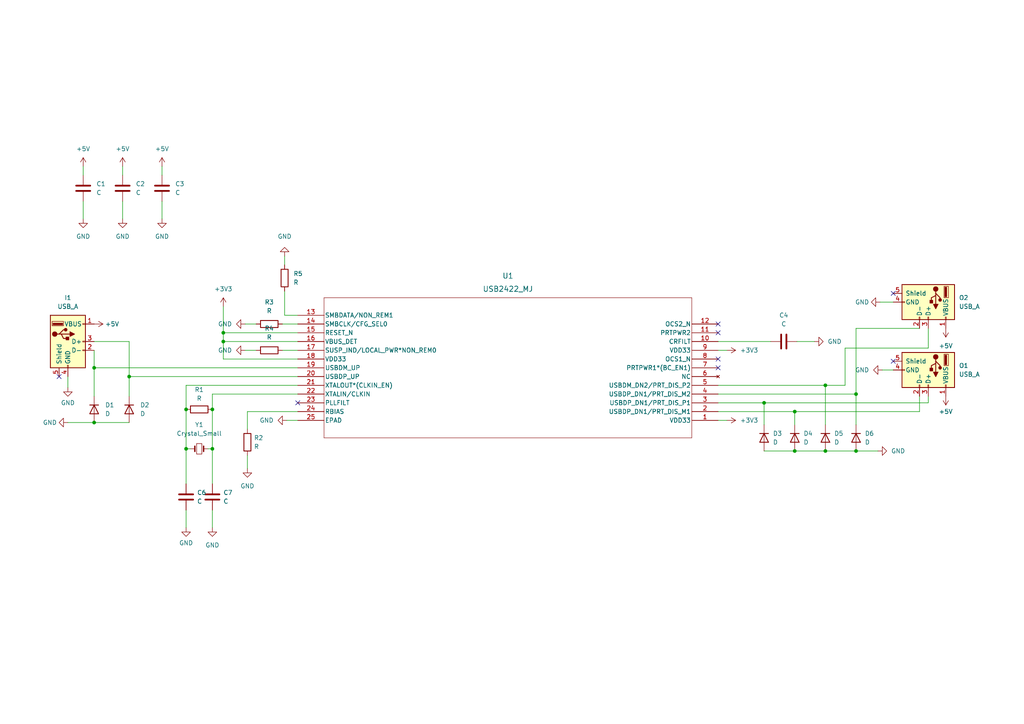
<source format=kicad_sch>
(kicad_sch (version 20211123) (generator eeschema)
  (paper "A4")
  (title_block (title "ANAVI Pill - Hub with 2 USB Ports") (date "2023-10-18") (company "ANAVI Technology Ltd"))
  (lib_symbols
    (symbol "2023-10-17_20-06-17:USB2422_MJ" (pin_names (offset 0.254))
      (property "Reference" "U" (at 60.96 10.16 0))
      (property "Value" "USB2422/MJ" (at 60.96 7.62 0))
      (symbol "USB2422_MJ_0_1"
        (polyline (pts (xy 7.62 -35.56) (xy 114.3 -35.56)) (stroke (width 0.127)))
        (polyline (pts (xy 7.62 5.08) (xy 7.62 -35.56)) (stroke (width 0.127)))
        (polyline (pts (xy 114.3 -35.56) (xy 114.3 5.08)) (stroke (width 0.127)))
        (polyline (pts (xy 114.3 5.08) (xy 7.62 5.08)) (stroke (width 0.127)))
        (pin power_in line (at 0 0 0) (length 7.62) (name "VDD33") (number "1"))
        (pin unspecified line (at 0 -22.86 0) (length 7.62) (name "CRFILT") (number "10"))
        (pin power_in line (at 0 -25.4 0) (length 7.62) (name "PRTPWR2") (number "11"))
        (pin input line (at 0 -27.94 0) (length 7.62) (name "OCS2_N") (number "12"))
        (pin bidirectional line (at 121.92 -30.48 180) (length 7.62) (name "SMBDATA/NON_REM1") (number "13"))
        (pin bidirectional line (at 121.92 -27.94 180) (length 7.62) (name "SMBCLK/CFG_SEL0") (number "14"))
        (pin input line (at 121.92 -25.4 180) (length 7.62) (name "RESET_N") (number "15"))
        (pin input line (at 121.92 -22.86 180) (length 7.62) (name "VBUS_DET") (number "16"))
        (pin bidirectional line (at 121.92 -20.32 180) (length 7.62) (name "SUSP_IND/LOCAL_PWR*NON_REM0") (number "17"))
        (pin power_in line (at 121.92 -17.78 180) (length 7.62) (name "VDD33") (number "18"))
        (pin unspecified line (at 121.92 -15.24 180) (length 7.62) (name "USBDM_UP") (number "19"))
        (pin bidirectional line (at 0 -2.54 0) (length 7.62) (name "USBDP_DN1/PRT_DIS_M1") (number "2"))
        (pin unspecified line (at 121.92 -12.7 180) (length 7.62) (name "USBDP_UP") (number "20"))
        (pin output line (at 121.92 -10.16 180) (length 7.62) (name "XTALOUT*(CLKIN_EN)") (number "21"))
        (pin input line (at 121.92 -7.62 180) (length 7.62) (name "XTALIN/CLKIN") (number "22"))
        (pin output line (at 121.92 -5.08 180) (length 7.62) (name "PLLFILT") (number "23"))
        (pin unspecified line (at 121.92 -2.54 180) (length 7.62) (name "RBIAS") (number "24"))
        (pin unspecified line (at 121.92 0 180) (length 7.62) (name "EPAD") (number "25"))
        (pin bidirectional line (at 0 -5.08 0) (length 7.62) (name "USBDP_DN1/PRT_DIS_P1") (number "3"))
        (pin bidirectional line (at 0 -7.62 0) (length 7.62) (name "USBDP_DN1/PRT_DIS_M2") (number "4"))
        (pin bidirectional line (at 0 -10.16 0) (length 7.62) (name "USBDM_DN2/PRT_DIS_P2") (number "5"))
        (pin no_connect line (at 0 -12.7 0) (length 7.62) (name "NC") (number "6"))
        (pin bidirectional line (at 0 -15.24 0) (length 7.62) (name "PRTPWR1*(BC_EN1)") (number "7"))
        (pin input line (at 0 -17.78 0) (length 7.62) (name "OCS1_N") (number "8"))
        (pin power_in line (at 0 -20.32 0) (length 7.62) (name "VDD33") (number "9"))
      )
    )
    (symbol "Connector:USB_A" (pin_names (offset 1.016))
      (property "Reference" "J" (at -5.08 11.43 0))
      (property "Value" "USB_A" (at -5.08 8.89 0))
      (symbol "USB_A_0_1"
        (rectangle (start -5.08 -7.62) (end 5.08 7.62) (stroke (width 0.254)) (fill (type background)))
        (circle (center -3.81 2.159) (radius 0.635) (stroke (width 0.254)) (fill (type outline)))
        (rectangle (start -1.524 4.826) (end -4.318 5.334) (fill (type outline)))
        (rectangle (start -1.27 4.572) (end -4.572 5.842))
        (circle (center -0.635 3.429) (radius 0.381) (stroke (width 0.254)) (fill (type outline)))
        (rectangle (start -0.127 -7.62) (end 0.127 -6.858))
        (polyline (pts (xy -3.175 2.159) (xy -2.54 2.159) (xy -1.27 3.429) (xy -0.635 3.429)) (stroke (width 0.254)))
        (polyline (pts (xy -2.54 2.159) (xy -1.905 2.159) (xy -1.27 0.889) (xy 0 0.889)) (stroke (width 0.254)))
        (polyline (pts (xy 0.635 2.794) (xy 0.635 1.524) (xy 1.905 2.159) (xy 0.635 2.794)) (stroke (width 0.254)) (fill (type outline)))
        (rectangle (start 0.254 1.27) (end -0.508 0.508) (stroke (width 0.254)) (fill (type outline)))
        (rectangle (start 5.08 -2.667) (end 4.318 -2.413))
        (rectangle (start 5.08 -0.127) (end 4.318 0.127))
        (rectangle (start 5.08 4.953) (end 4.318 5.207))
      )
      (symbol "USB_A_1_1"
        (polyline (pts (xy -1.905 2.159) (xy 0.635 2.159)) (stroke (width 0.254)))
        (pin power_in line (at 7.62 5.08 180) (length 2.54) (name "VBUS") (number "1"))
        (pin bidirectional line (at 7.62 -2.54 180) (length 2.54) (name "D-") (number "2"))
        (pin bidirectional line (at 7.62 0 180) (length 2.54) (name "D+") (number "3"))
        (pin power_in line (at 0 -10.16 90) (length 2.54) (name "GND") (number "4"))
        (pin passive line (at -2.54 -10.16 90) (length 2.54) (name "Shield") (number "5"))
      )
    )
    (symbol "Device:C" (pin_numbers hide) (pin_names (offset 0.254))
      (property "Reference" "C" (at 0.635 2.54 0))
      (property "Value" "C" (at 0.635 -2.54 0))
      (symbol "C_0_1"
        (polyline (pts (xy -2.032 -0.762) (xy 2.032 -0.762)) (stroke (width 0.508)))
        (polyline (pts (xy -2.032 0.762) (xy 2.032 0.762)) (stroke (width 0.508)))
      )
      (symbol "C_1_1"
        (pin passive line (at 0 3.81 270) (length 2.794) (name "~") (number "1"))
        (pin passive line (at 0 -3.81 90) (length 2.794) (name "~") (number "2"))
      )
    )
    (symbol "Device:Crystal_Small" (pin_numbers hide) (pin_names (offset 1.016) hide)
      (property "Reference" "Y" (at 0 2.54 0))
      (property "Value" "Crystal_Small" (at 0 -2.54 0))
      (symbol "Crystal_Small_0_1"
        (rectangle (start -0.762 -1.524) (end 0.762 1.524))
        (polyline (pts (xy -1.27 -0.762) (xy -1.27 0.762)) (stroke (width 0.381)))
        (polyline (pts (xy 1.27 -0.762) (xy 1.27 0.762)) (stroke (width 0.381)))
      )
      (symbol "Crystal_Small_1_1"
        (pin passive line (at -2.54 0 0) (length 1.27) (name "1") (number "1"))
        (pin passive line (at 2.54 0 180) (length 1.27) (name "2") (number "2"))
      )
    )
    (symbol "Device:D" (pin_numbers hide) (pin_names (offset 1.016) hide)
      (property "Reference" "D" (at 0 2.54 0))
      (property "Value" "D" (at 0 -2.54 0))
      (symbol "D_0_1"
        (polyline (pts (xy -1.27 1.27) (xy -1.27 -1.27)) (stroke (width 0.254)))
        (polyline (pts (xy 1.27 0) (xy -1.27 0)))
        (polyline (pts (xy 1.27 1.27) (xy 1.27 -1.27) (xy -1.27 0) (xy 1.27 1.27)) (stroke (width 0.254)))
      )
      (symbol "D_1_1"
        (pin passive line (at -3.81 0 0) (length 2.54) (name "K") (number "1"))
        (pin passive line (at 3.81 0 180) (length 2.54) (name "A") (number "2"))
      )
    )
    (symbol "Device:R" (pin_numbers hide) (pin_names (offset 0))
      (property "Reference" "R" (at 2.032 0 90))
      (property "Value" "R" (at 0 0 90))
      (symbol "R_0_1"
        (rectangle (start -1.016 -2.54) (end 1.016 2.54) (stroke (width 0.254)))
      )
      (symbol "R_1_1"
        (pin passive line (at 0 3.81 270) (length 1.27) (name "~") (number "1"))
        (pin passive line (at 0 -3.81 90) (length 1.27) (name "~") (number "2"))
      )
    )
    (symbol "power:+3.3V" (power) (pin_names (offset 0))
      (property "Value" "+3.3V" (at 0 3.556 0))
      (symbol "+3.3V_0_1"
        (polyline (pts (xy -0.762 1.27) (xy 0 2.54)))
        (polyline (pts (xy 0 0) (xy 0 2.54)))
        (polyline (pts (xy 0 2.54) (xy 0.762 1.27)))
      )
      (symbol "+3.3V_1_1"
        (pin power_in line (at 0 0 90) (length 0) hide (name "+3V3") (number "1"))
      )
    )
    (symbol "power:+5V" (power) (pin_names (offset 0))
      (property "Value" "+5V" (at 0 3.556 0))
      (symbol "+5V_0_1"
        (polyline (pts (xy -0.762 1.27) (xy 0 2.54)))
        (polyline (pts (xy 0 0) (xy 0 2.54)))
        (polyline (pts (xy 0 2.54) (xy 0.762 1.27)))
      )
      (symbol "+5V_1_1"
        (pin power_in line (at 0 0 90) (length 0) hide (name "+5V") (number "1"))
      )
    )
    (symbol "power:GND" (power) (pin_names (offset 0))
      (property "Value" "GND" (at 0 -3.81 0))
      (symbol "GND_0_1"
        (polyline (pts (xy 0 0) (xy 0 -1.27) (xy 1.27 -1.27) (xy 0 -2.54) (xy -1.27 -1.27) (xy 0 -1.27)))
      )
      (symbol "GND_1_1"
        (pin power_in line (at 0 0 270) (length 0) hide (name "GND") (number "1"))
      )
    )
  )
  (junction (at 37.465 109.22))
  (junction (at 239.395 111.76))
  (junction (at 53.975 118.745))
  (junction (at 248.285 114.3))
  (junction (at 221.615 116.84))
  (junction (at 64.77 96.52))
  (junction (at 230.505 119.38))
  (junction (at 27.305 106.68))
  (junction (at 64.77 99.06))
  (junction (at 239.395 130.81))
  (junction (at 248.285 130.81))
  (junction (at 61.595 118.745))
  (junction (at 61.595 130.175))
  (junction (at 230.505 130.81))
  (junction (at 53.975 130.175))
  (junction (at 27.305 122.555))
  (no_connect (at 17.145 109.22))
  (no_connect (at 208.28 106.68))
  (no_connect (at 208.28 104.14))
  (no_connect (at 208.28 96.52))
  (no_connect (at 208.28 93.98))
  (no_connect (at 86.36 116.84))
  (no_connect (at 259.08 104.775))
  (no_connect (at 259.08 85.09))
  (wire (pts (xy 53.975 111.76) (xy 86.36 111.76)))
  (wire (pts (xy 81.915 93.98) (xy 86.36 93.98)))
  (wire (pts (xy 245.11 100.965) (xy 269.24 100.965)))
  (wire (pts (xy 61.595 130.175) (xy 61.595 140.335)))
  (wire (pts (xy 248.285 130.81) (xy 254.635 130.81)))
  (wire (pts (xy 64.77 99.06) (xy 64.77 96.52)))
  (wire (pts (xy 230.505 130.81) (xy 239.395 130.81)))
  (wire (pts (xy 27.305 106.68) (xy 27.305 101.6)))
  (wire (pts (xy 53.975 130.175) (xy 55.245 130.175)))
  (wire (pts (xy 81.915 101.6) (xy 86.36 101.6)))
  (wire (pts (xy 46.99 58.42) (xy 46.99 63.5)))
  (wire (pts (xy 35.56 48.26) (xy 35.56 50.8)))
  (wire (pts (xy 64.77 96.52) (xy 64.77 88.9)))
  (wire (pts (xy 259.08 87.63) (xy 255.27 87.63)))
  (wire (pts (xy 248.285 114.3) (xy 248.285 123.19)))
  (wire (pts (xy 27.305 122.555) (xy 37.465 122.555)))
  (wire (pts (xy 83.185 121.92) (xy 86.36 121.92)))
  (wire (pts (xy 53.975 130.175) (xy 53.975 140.335)))
  (wire (pts (xy 231.14 99.06) (xy 236.22 99.06)))
  (wire (pts (xy 60.325 130.175) (xy 61.595 130.175)))
  (wire (pts (xy 37.465 99.06) (xy 37.465 109.22)))
  (wire (pts (xy 269.24 116.84) (xy 269.24 114.935)))
  (wire (pts (xy 208.28 116.84) (xy 221.615 116.84)))
  (wire (pts (xy 86.36 106.68) (xy 27.305 106.68)))
  (wire (pts (xy 266.7 114.935) (xy 266.7 119.38)))
  (wire (pts (xy 248.285 95.25) (xy 266.7 95.25)))
  (wire (pts (xy 230.505 119.38) (xy 230.505 123.19)))
  (wire (pts (xy 269.24 95.25) (xy 269.24 100.965)))
  (wire (pts (xy 239.395 130.81) (xy 248.285 130.81)))
  (wire (pts (xy 53.975 118.745) (xy 53.975 111.76)))
  (wire (pts (xy 27.305 99.06) (xy 37.465 99.06)))
  (wire (pts (xy 245.11 111.76) (xy 245.11 100.965)))
  (wire (pts (xy 61.595 114.3) (xy 61.595 118.745)))
  (wire (pts (xy 248.285 95.25) (xy 248.285 114.3)))
  (wire (pts (xy 19.685 109.22) (xy 19.685 112.395)))
  (wire (pts (xy 221.615 130.81) (xy 230.505 130.81)))
  (wire (pts (xy 61.595 147.955) (xy 61.595 153.035)))
  (wire (pts (xy 61.595 118.745) (xy 61.595 130.175)))
  (wire (pts (xy 86.36 114.3) (xy 61.595 114.3)))
  (wire (pts (xy 71.12 93.98) (xy 74.295 93.98)))
  (wire (pts (xy 208.28 121.92) (xy 210.82 121.92)))
  (wire (pts (xy 82.55 74.295) (xy 82.55 76.835)))
  (wire (pts (xy 71.12 101.6) (xy 74.295 101.6)))
  (wire (pts (xy 221.615 116.84) (xy 269.24 116.84)))
  (wire (pts (xy 35.56 58.42) (xy 35.56 63.5)))
  (wire (pts (xy 24.13 58.42) (xy 24.13 63.5)))
  (wire (pts (xy 24.13 48.26) (xy 24.13 50.8)))
  (wire (pts (xy 64.77 96.52) (xy 86.36 96.52)))
  (wire (pts (xy 259.08 107.315) (xy 255.905 107.315)))
  (wire (pts (xy 208.28 101.6) (xy 210.82 101.6)))
  (wire (pts (xy 71.755 119.38) (xy 86.36 119.38)))
  (wire (pts (xy 46.99 48.26) (xy 46.99 50.8)))
  (wire (pts (xy 86.36 99.06) (xy 64.77 99.06)))
  (wire (pts (xy 71.755 124.46) (xy 71.755 119.38)))
  (wire (pts (xy 19.685 122.555) (xy 27.305 122.555)))
  (wire (pts (xy 71.755 132.08) (xy 71.755 135.89)))
  (wire (pts (xy 53.975 118.745) (xy 53.975 130.175)))
  (wire (pts (xy 208.28 99.06) (xy 223.52 99.06)))
  (wire (pts (xy 221.615 116.84) (xy 221.615 123.19)))
  (wire (pts (xy 82.55 84.455) (xy 82.55 91.44)))
  (wire (pts (xy 53.975 147.955) (xy 53.975 153.035)))
  (wire (pts (xy 86.36 104.14) (xy 64.77 104.14)))
  (wire (pts (xy 27.305 106.68) (xy 27.305 114.935)))
  (wire (pts (xy 208.28 111.76) (xy 239.395 111.76)))
  (wire (pts (xy 37.465 109.22) (xy 37.465 114.935)))
  (wire (pts (xy 230.505 119.38) (xy 266.7 119.38)))
  (wire (pts (xy 64.77 104.14) (xy 64.77 99.06)))
  (wire (pts (xy 86.36 109.22) (xy 37.465 109.22)))
  (wire (pts (xy 208.28 114.3) (xy 248.285 114.3)))
  (wire (pts (xy 82.55 91.44) (xy 86.36 91.44)))
  (wire (pts (xy 208.28 119.38) (xy 230.505 119.38)))
  (wire (pts (xy 239.395 111.76) (xy 239.395 123.19)))
  (wire (pts (xy 239.395 111.76) (xy 245.11 111.76)))
  (symbol (lib_id "power:GND") (at 71.12 93.98 270) (unit 1)
    (property "Reference" "#PWR?" (effects hide))
    (property "Value" "GND" (at 67.31 93.9799 90) (effects (justify right)))
  )
  (symbol (lib_id "Device:C") (at 61.595 144.145 0) (unit 1)
    (property "Reference" "C7" (at 64.77 142.8749 0) (effects (justify left)))
    (property "Value" "C" (at 64.77 145.4149 0) (effects (justify left)))
  )
  (symbol (lib_id "Device:C") (at 227.33 99.06 90) (unit 1)
    (property "Reference" "C4" (at 227.33 91.44 90))
    (property "Value" "C" (at 227.33 93.98 90))
  )
  (symbol (lib_id "power:GND") (at 71.12 101.6 270) (unit 1)
    (property "Reference" "#PWR?" (effects hide))
    (property "Value" "GND" (at 67.31 101.5999 90) (effects (justify right)))
  )
  (symbol (lib_id "power:GND") (at 71.755 135.89 0) (unit 1)
    (property "Reference" "#PWR?" (effects hide))
    (property "Value" "GND" (at 71.755 140.97 0))
  )
  (symbol (lib_id "power:+5V") (at 24.13 48.26 0) (unit 1)
    (property "Reference" "#PWR?" (effects hide))
    (property "Value" "+5V" (at 24.13 43.18 0))
  )
  (symbol (lib_id "power:+3.3V") (at 210.82 101.6 270) (unit 1)
    (property "Reference" "#PWR?" (effects hide))
    (property "Value" "+3.3V" (at 214.63 101.5999 90) (effects (justify left)))
  )
  (symbol (lib_id "Device:C") (at 46.99 54.61 0) (unit 1)
    (property "Reference" "C3" (at 50.8 53.3399 0) (effects (justify left)))
    (property "Value" "C" (at 50.8 55.8799 0) (effects (justify left)))
  )
  (symbol (lib_id "Device:R") (at 78.105 93.98 270) (unit 1)
    (property "Reference" "R3" (at 78.105 87.63 90))
    (property "Value" "R" (at 78.105 90.17 90))
  )
  (symbol (lib_id "Device:R") (at 82.55 80.645 0) (unit 1)
    (property "Reference" "R5" (at 85.09 79.3749 0) (effects (justify left)))
    (property "Value" "R" (at 85.09 81.9149 0) (effects (justify left)))
  )
  (symbol (lib_id "Connector:USB_A") (at 269.24 87.63 270) (unit 1)
    (property "Reference" "O2" (at 278.13 86.3599 90) (effects (justify left)))
    (property "Value" "USB_A" (at 278.13 88.8999 90) (effects (justify left)))
    (property "Datasheet" " ~" (effects hide))
  )
  (symbol (lib_id "Device:D") (at 248.285 127 270) (unit 1)
    (property "Reference" "D6" (at 250.825 125.7299 90) (effects (justify left)))
    (property "Value" "D" (at 250.825 128.2699 90) (effects (justify left)))
  )
  (symbol (lib_id "power:+5V") (at 274.32 95.25 180) (unit 1)
    (property "Reference" "#PWR?" (effects hide))
    (property "Value" "+5V" (at 274.32 100.33 0))
  )
  (symbol (lib_id "power:GND") (at 19.685 122.555 270) (unit 1)
    (property "Reference" "#PWR?" (effects hide))
    (property "Value" "GND" (at 16.51 122.5549 90) (effects (justify right)))
  )
  (symbol (lib_id "Device:C") (at 35.56 54.61 0) (unit 1)
    (property "Reference" "C2" (at 39.37 53.3399 0) (effects (justify left)))
    (property "Value" "C" (at 39.37 55.8799 0) (effects (justify left)))
  )
  (symbol (lib_id "power:GND") (at 46.99 63.5 0) (unit 1)
    (property "Reference" "#PWR?" (effects hide))
    (property "Value" "GND" (at 46.99 68.58 0))
  )
  (symbol (lib_id "power:+5V") (at 35.56 48.26 0) (unit 1)
    (property "Reference" "#PWR?" (effects hide))
    (property "Value" "+5V" (at 35.56 43.18 0))
  )
  (symbol (lib_id "power:+5V") (at 27.305 93.98 270) (unit 1)
    (property "Reference" "#PWR?" (effects hide))
    (property "Value" "+5V" (at 30.48 93.9799 90) (effects (justify left)))
  )
  (symbol (lib_id "Device:R") (at 57.785 118.745 90) (unit 1)
    (property "Reference" "R1" (at 57.785 113.03 90))
    (property "Value" "R" (at 57.785 115.57 90))
  )
  (symbol (lib_id "power:GND") (at 255.27 87.63 270) (unit 1)
    (property "Reference" "#PWR?" (effects hide))
    (property "Value" "GND" (at 252.095 87.6299 90) (effects (justify right)))
  )
  (symbol (lib_id "Device:D") (at 37.465 118.745 270) (unit 1)
    (property "Reference" "D2" (at 40.64 117.4749 90) (effects (justify left)))
    (property "Value" "D" (at 40.64 120.0149 90) (effects (justify left)))
  )
  (symbol (lib_id "power:GND") (at 82.55 74.295 180) (unit 1)
    (property "Reference" "#PWR?" (effects hide))
    (property "Value" "GND" (at 82.55 68.58 0))
  )
  (symbol (lib_id "Connector:USB_A") (at 19.685 99.06 0) (unit 1)
    (property "Reference" "I1" (at 19.685 86.36 0))
    (property "Value" "USB_A" (at 19.685 88.9 0))
    (property "Datasheet" " ~" (effects hide))
  )
  (symbol (lib_id "power:GND") (at 236.22 99.06 90) (unit 1)
    (property "Reference" "#PWR?" (effects hide))
    (property "Value" "GND" (at 240.03 99.0599 90) (effects (justify right)))
  )
  (symbol (lib_id "power:+3.3V") (at 64.77 88.9 0) (unit 1)
    (property "Reference" "#PWR?" (effects hide))
    (property "Value" "+3.3V" (at 64.77 83.82 0))
  )
  (symbol (lib_id "power:GND") (at 61.595 153.035 0) (unit 1)
    (property "Reference" "#PWR?" (effects hide))
    (property "Value" "GND" (at 61.595 158.115 0))
  )
  (symbol (lib_id "power:GND") (at 254.635 130.81 90) (unit 1)
    (property "Reference" "#PWR?" (effects hide))
    (property "Value" "GND" (at 258.445 130.8099 90) (effects (justify right)))
  )
  (symbol (lib_id "power:GND") (at 19.685 112.395 0) (unit 1)
    (property "Reference" "#PWR?" (effects hide))
    (property "Value" "GND" (at 19.685 116.84 0))
  )
  (symbol (lib_id "Device:C") (at 53.975 144.145 0) (unit 1)
    (property "Reference" "C6" (at 57.15 142.8749 0) (effects (justify left)))
    (property "Value" "C" (at 57.15 145.4149 0) (effects (justify left)))
  )
  (symbol (lib_id "power:GND") (at 83.185 121.92 270) (unit 1)
    (property "Reference" "#PWR?" (effects hide))
    (property "Value" "GND" (at 79.375 121.9199 90) (effects (justify right)))
  )
  (symbol (lib_id "Device:C") (at 24.13 54.61 0) (unit 1)
    (property "Reference" "C1" (at 27.94 53.3399 0) (effects (justify left)))
    (property "Value" "C" (at 27.94 55.8799 0) (effects (justify left)))
  )
  (symbol (lib_id "power:GND") (at 24.13 63.5 0) (unit 1)
    (property "Reference" "#PWR?" (effects hide))
    (property "Value" "GND" (at 24.13 68.58 0))
  )
  (symbol (lib_id "Device:D") (at 27.305 118.745 270) (unit 1)
    (property "Reference" "D1" (at 30.48 117.4749 90) (effects (justify left)))
    (property "Value" "D" (at 30.48 120.0149 90) (effects (justify left)))
  )
  (symbol (lib_id "power:GND") (at 35.56 63.5 0) (unit 1)
    (property "Reference" "#PWR?" (effects hide))
    (property "Value" "GND" (at 35.56 68.58 0))
  )
  (symbol (lib_id "Device:R") (at 78.105 101.6 90) (unit 1)
    (property "Reference" "R4" (at 78.105 95.25 90))
    (property "Value" "R" (at 78.105 97.79 90))
  )
  (symbol (lib_id "Connector:USB_A") (at 269.24 107.315 270) (unit 1)
    (property "Reference" "O1" (at 278.13 106.0449 90) (effects (justify left)))
    (property "Value" "USB_A" (at 278.13 108.5849 90) (effects (justify left)))
    (property "Datasheet" " ~" (effects hide))
  )
  (symbol (lib_id "Device:R") (at 71.755 128.27 0) (unit 1)
    (property "Reference" "R2" (at 73.66 126.9999 0) (effects (justify left)))
    (property "Value" "R" (at 73.66 129.5399 0) (effects (justify left)))
  )
  (symbol (lib_id "Device:Crystal_Small") (at 57.785 130.175 0) (unit 1)
    (property "Reference" "Y1" (at 57.785 123.19 0))
    (property "Value" "Crystal_Small" (at 57.785 125.73 0))
  )
  (symbol (lib_id "Device:D") (at 239.395 127 270) (unit 1)
    (property "Reference" "D5" (at 241.935 125.7299 90) (effects (justify left)))
    (property "Value" "D" (at 241.935 128.2699 90) (effects (justify left)))
  )
  (symbol (lib_id "power:+5V") (at 274.32 114.935 180) (unit 1)
    (property "Reference" "#PWR?" (effects hide))
    (property "Value" "+5V" (at 274.32 119.38 0))
  )
  (symbol (lib_id "Device:D") (at 221.615 127 270) (unit 1)
    (property "Reference" "D3" (at 224.155 125.7299 90) (effects (justify left)))
    (property "Value" "D" (at 224.155 128.2699 90) (effects (justify left)))
  )
  (symbol (lib_id "power:+5V") (at 46.99 48.26 0) (unit 1)
    (property "Reference" "#PWR?" (effects hide))
    (property "Value" "+5V" (at 46.99 43.18 0))
  )
  (symbol (lib_id "power:GND") (at 53.975 153.035 0) (unit 1)
    (property "Reference" "#PWR?" (effects hide))
    (property "Value" "GND" (at 53.975 157.48 0))
  )
  (symbol (lib_id "power:+3.3V") (at 210.82 121.92 270) (unit 1)
    (property "Reference" "#PWR?" (effects hide))
    (property "Value" "+3.3V" (at 214.63 121.9199 90) (effects (justify left)))
  )
  (symbol (lib_id "2023-10-17_20-06-17:USB2422_MJ") (at 208.28 121.92 180) (unit 1)
    (property "Reference" "U1" (at 147.32 80.01 0) (effects (font (size 1.524 1.524))))
    (property "Value" "USB2422_MJ" (at 147.32 83.82 0) (effects (font (size 1.524 1.524))))
    (property "Footprint" "SQFN24_4X4MC_MCH" (effects hide))
    (property "Datasheet" "USB2422/MJ" (effects hide))
  )
  (symbol (lib_id "Device:D") (at 230.505 127 270) (unit 1)
    (property "Reference" "D4" (at 233.045 125.7299 90) (effects (justify left)))
    (property "Value" "D" (at 233.045 128.2699 90) (effects (justify left)))
  )
  (symbol (lib_id "power:GND") (at 255.905 107.315 270) (unit 1)
    (property "Reference" "#PWR?" (effects hide))
    (property "Value" "GND" (at 252.095 107.3149 90) (effects (justify right)))
  )
)
</source>
